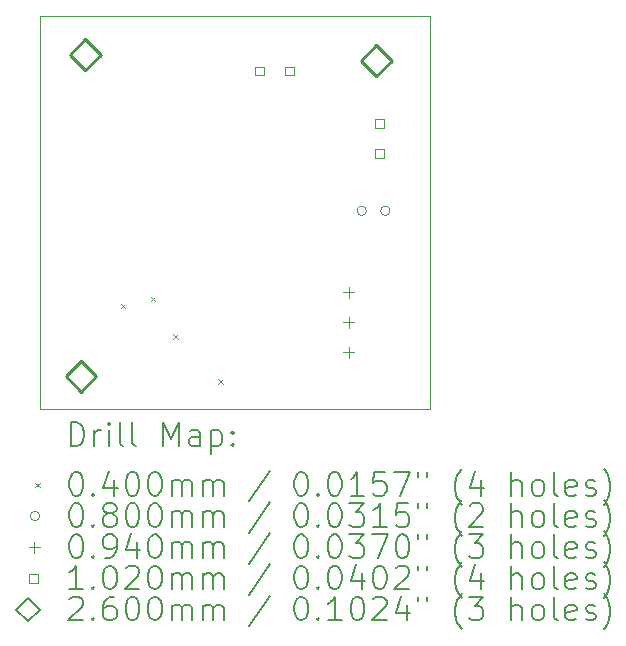
<source format=gbr>
%TF.GenerationSoftware,KiCad,Pcbnew,8.0.0*%
%TF.CreationDate,2024-04-17T17:54:28+02:00*%
%TF.ProjectId,SCS LEDs,53435320-4c45-4447-932e-6b696361645f,rev?*%
%TF.SameCoordinates,Original*%
%TF.FileFunction,Drillmap*%
%TF.FilePolarity,Positive*%
%FSLAX45Y45*%
G04 Gerber Fmt 4.5, Leading zero omitted, Abs format (unit mm)*
G04 Created by KiCad (PCBNEW 8.0.0) date 2024-04-17 17:54:28*
%MOMM*%
%LPD*%
G01*
G04 APERTURE LIST*
%ADD10C,0.100000*%
%ADD11C,0.200000*%
%ADD12C,0.102000*%
%ADD13C,0.260000*%
G04 APERTURE END LIST*
D10*
X6781800Y-4800600D02*
X10083800Y-4800600D01*
X10083800Y-8128000D01*
X6781800Y-8128000D01*
X6781800Y-4800600D01*
D11*
D10*
X7462840Y-7239320D02*
X7502840Y-7279320D01*
X7502840Y-7239320D02*
X7462840Y-7279320D01*
X7716840Y-7178360D02*
X7756840Y-7218360D01*
X7756840Y-7178360D02*
X7716840Y-7218360D01*
X7904800Y-7498400D02*
X7944800Y-7538400D01*
X7944800Y-7498400D02*
X7904800Y-7538400D01*
X8285800Y-7879400D02*
X8325800Y-7919400D01*
X8325800Y-7879400D02*
X8285800Y-7919400D01*
X9542800Y-6451600D02*
G75*
G02*
X9462800Y-6451600I-40000J0D01*
G01*
X9462800Y-6451600D02*
G75*
G02*
X9542800Y-6451600I40000J0D01*
G01*
X9742800Y-6451600D02*
G75*
G02*
X9662800Y-6451600I-40000J0D01*
G01*
X9662800Y-6451600D02*
G75*
G02*
X9742800Y-6451600I40000J0D01*
G01*
X9394800Y-7096550D02*
X9394800Y-7190550D01*
X9347800Y-7143550D02*
X9441800Y-7143550D01*
X9394800Y-7350550D02*
X9394800Y-7444550D01*
X9347800Y-7397550D02*
X9441800Y-7397550D01*
X9394800Y-7604550D02*
X9394800Y-7698550D01*
X9347800Y-7651550D02*
X9441800Y-7651550D01*
D12*
X8672063Y-5306563D02*
X8672063Y-5234437D01*
X8599937Y-5234437D01*
X8599937Y-5306563D01*
X8672063Y-5306563D01*
X8926063Y-5306563D02*
X8926063Y-5234437D01*
X8853937Y-5234437D01*
X8853937Y-5306563D01*
X8926063Y-5306563D01*
X9688063Y-5751063D02*
X9688063Y-5678937D01*
X9615937Y-5678937D01*
X9615937Y-5751063D01*
X9688063Y-5751063D01*
X9688063Y-6005063D02*
X9688063Y-5932937D01*
X9615937Y-5932937D01*
X9615937Y-6005063D01*
X9688063Y-6005063D01*
D13*
X7127240Y-7983680D02*
X7257240Y-7853680D01*
X7127240Y-7723680D01*
X6997240Y-7853680D01*
X7127240Y-7983680D01*
X7162800Y-5260800D02*
X7292800Y-5130800D01*
X7162800Y-5000800D01*
X7032800Y-5130800D01*
X7162800Y-5260800D01*
X9626600Y-5311600D02*
X9756600Y-5181600D01*
X9626600Y-5051600D01*
X9496600Y-5181600D01*
X9626600Y-5311600D01*
D11*
X7037577Y-8444484D02*
X7037577Y-8244484D01*
X7037577Y-8244484D02*
X7085196Y-8244484D01*
X7085196Y-8244484D02*
X7113767Y-8254008D01*
X7113767Y-8254008D02*
X7132815Y-8273055D01*
X7132815Y-8273055D02*
X7142339Y-8292103D01*
X7142339Y-8292103D02*
X7151862Y-8330198D01*
X7151862Y-8330198D02*
X7151862Y-8358769D01*
X7151862Y-8358769D02*
X7142339Y-8396865D01*
X7142339Y-8396865D02*
X7132815Y-8415912D01*
X7132815Y-8415912D02*
X7113767Y-8434960D01*
X7113767Y-8434960D02*
X7085196Y-8444484D01*
X7085196Y-8444484D02*
X7037577Y-8444484D01*
X7237577Y-8444484D02*
X7237577Y-8311150D01*
X7237577Y-8349246D02*
X7247101Y-8330198D01*
X7247101Y-8330198D02*
X7256624Y-8320674D01*
X7256624Y-8320674D02*
X7275672Y-8311150D01*
X7275672Y-8311150D02*
X7294720Y-8311150D01*
X7361386Y-8444484D02*
X7361386Y-8311150D01*
X7361386Y-8244484D02*
X7351862Y-8254008D01*
X7351862Y-8254008D02*
X7361386Y-8263531D01*
X7361386Y-8263531D02*
X7370910Y-8254008D01*
X7370910Y-8254008D02*
X7361386Y-8244484D01*
X7361386Y-8244484D02*
X7361386Y-8263531D01*
X7485196Y-8444484D02*
X7466148Y-8434960D01*
X7466148Y-8434960D02*
X7456624Y-8415912D01*
X7456624Y-8415912D02*
X7456624Y-8244484D01*
X7589958Y-8444484D02*
X7570910Y-8434960D01*
X7570910Y-8434960D02*
X7561386Y-8415912D01*
X7561386Y-8415912D02*
X7561386Y-8244484D01*
X7818529Y-8444484D02*
X7818529Y-8244484D01*
X7818529Y-8244484D02*
X7885196Y-8387341D01*
X7885196Y-8387341D02*
X7951862Y-8244484D01*
X7951862Y-8244484D02*
X7951862Y-8444484D01*
X8132815Y-8444484D02*
X8132815Y-8339722D01*
X8132815Y-8339722D02*
X8123291Y-8320674D01*
X8123291Y-8320674D02*
X8104243Y-8311150D01*
X8104243Y-8311150D02*
X8066148Y-8311150D01*
X8066148Y-8311150D02*
X8047101Y-8320674D01*
X8132815Y-8434960D02*
X8113767Y-8444484D01*
X8113767Y-8444484D02*
X8066148Y-8444484D01*
X8066148Y-8444484D02*
X8047101Y-8434960D01*
X8047101Y-8434960D02*
X8037577Y-8415912D01*
X8037577Y-8415912D02*
X8037577Y-8396865D01*
X8037577Y-8396865D02*
X8047101Y-8377817D01*
X8047101Y-8377817D02*
X8066148Y-8368293D01*
X8066148Y-8368293D02*
X8113767Y-8368293D01*
X8113767Y-8368293D02*
X8132815Y-8358769D01*
X8228053Y-8311150D02*
X8228053Y-8511150D01*
X8228053Y-8320674D02*
X8247101Y-8311150D01*
X8247101Y-8311150D02*
X8285196Y-8311150D01*
X8285196Y-8311150D02*
X8304243Y-8320674D01*
X8304243Y-8320674D02*
X8313767Y-8330198D01*
X8313767Y-8330198D02*
X8323291Y-8349246D01*
X8323291Y-8349246D02*
X8323291Y-8406389D01*
X8323291Y-8406389D02*
X8313767Y-8425436D01*
X8313767Y-8425436D02*
X8304243Y-8434960D01*
X8304243Y-8434960D02*
X8285196Y-8444484D01*
X8285196Y-8444484D02*
X8247101Y-8444484D01*
X8247101Y-8444484D02*
X8228053Y-8434960D01*
X8409005Y-8425436D02*
X8418529Y-8434960D01*
X8418529Y-8434960D02*
X8409005Y-8444484D01*
X8409005Y-8444484D02*
X8399482Y-8434960D01*
X8399482Y-8434960D02*
X8409005Y-8425436D01*
X8409005Y-8425436D02*
X8409005Y-8444484D01*
X8409005Y-8320674D02*
X8418529Y-8330198D01*
X8418529Y-8330198D02*
X8409005Y-8339722D01*
X8409005Y-8339722D02*
X8399482Y-8330198D01*
X8399482Y-8330198D02*
X8409005Y-8320674D01*
X8409005Y-8320674D02*
X8409005Y-8339722D01*
D10*
X6736800Y-8753000D02*
X6776800Y-8793000D01*
X6776800Y-8753000D02*
X6736800Y-8793000D01*
D11*
X7075672Y-8664484D02*
X7094720Y-8664484D01*
X7094720Y-8664484D02*
X7113767Y-8674008D01*
X7113767Y-8674008D02*
X7123291Y-8683531D01*
X7123291Y-8683531D02*
X7132815Y-8702579D01*
X7132815Y-8702579D02*
X7142339Y-8740674D01*
X7142339Y-8740674D02*
X7142339Y-8788293D01*
X7142339Y-8788293D02*
X7132815Y-8826389D01*
X7132815Y-8826389D02*
X7123291Y-8845436D01*
X7123291Y-8845436D02*
X7113767Y-8854960D01*
X7113767Y-8854960D02*
X7094720Y-8864484D01*
X7094720Y-8864484D02*
X7075672Y-8864484D01*
X7075672Y-8864484D02*
X7056624Y-8854960D01*
X7056624Y-8854960D02*
X7047101Y-8845436D01*
X7047101Y-8845436D02*
X7037577Y-8826389D01*
X7037577Y-8826389D02*
X7028053Y-8788293D01*
X7028053Y-8788293D02*
X7028053Y-8740674D01*
X7028053Y-8740674D02*
X7037577Y-8702579D01*
X7037577Y-8702579D02*
X7047101Y-8683531D01*
X7047101Y-8683531D02*
X7056624Y-8674008D01*
X7056624Y-8674008D02*
X7075672Y-8664484D01*
X7228053Y-8845436D02*
X7237577Y-8854960D01*
X7237577Y-8854960D02*
X7228053Y-8864484D01*
X7228053Y-8864484D02*
X7218529Y-8854960D01*
X7218529Y-8854960D02*
X7228053Y-8845436D01*
X7228053Y-8845436D02*
X7228053Y-8864484D01*
X7409005Y-8731150D02*
X7409005Y-8864484D01*
X7361386Y-8654960D02*
X7313767Y-8797817D01*
X7313767Y-8797817D02*
X7437577Y-8797817D01*
X7551862Y-8664484D02*
X7570910Y-8664484D01*
X7570910Y-8664484D02*
X7589958Y-8674008D01*
X7589958Y-8674008D02*
X7599482Y-8683531D01*
X7599482Y-8683531D02*
X7609005Y-8702579D01*
X7609005Y-8702579D02*
X7618529Y-8740674D01*
X7618529Y-8740674D02*
X7618529Y-8788293D01*
X7618529Y-8788293D02*
X7609005Y-8826389D01*
X7609005Y-8826389D02*
X7599482Y-8845436D01*
X7599482Y-8845436D02*
X7589958Y-8854960D01*
X7589958Y-8854960D02*
X7570910Y-8864484D01*
X7570910Y-8864484D02*
X7551862Y-8864484D01*
X7551862Y-8864484D02*
X7532815Y-8854960D01*
X7532815Y-8854960D02*
X7523291Y-8845436D01*
X7523291Y-8845436D02*
X7513767Y-8826389D01*
X7513767Y-8826389D02*
X7504243Y-8788293D01*
X7504243Y-8788293D02*
X7504243Y-8740674D01*
X7504243Y-8740674D02*
X7513767Y-8702579D01*
X7513767Y-8702579D02*
X7523291Y-8683531D01*
X7523291Y-8683531D02*
X7532815Y-8674008D01*
X7532815Y-8674008D02*
X7551862Y-8664484D01*
X7742339Y-8664484D02*
X7761386Y-8664484D01*
X7761386Y-8664484D02*
X7780434Y-8674008D01*
X7780434Y-8674008D02*
X7789958Y-8683531D01*
X7789958Y-8683531D02*
X7799482Y-8702579D01*
X7799482Y-8702579D02*
X7809005Y-8740674D01*
X7809005Y-8740674D02*
X7809005Y-8788293D01*
X7809005Y-8788293D02*
X7799482Y-8826389D01*
X7799482Y-8826389D02*
X7789958Y-8845436D01*
X7789958Y-8845436D02*
X7780434Y-8854960D01*
X7780434Y-8854960D02*
X7761386Y-8864484D01*
X7761386Y-8864484D02*
X7742339Y-8864484D01*
X7742339Y-8864484D02*
X7723291Y-8854960D01*
X7723291Y-8854960D02*
X7713767Y-8845436D01*
X7713767Y-8845436D02*
X7704243Y-8826389D01*
X7704243Y-8826389D02*
X7694720Y-8788293D01*
X7694720Y-8788293D02*
X7694720Y-8740674D01*
X7694720Y-8740674D02*
X7704243Y-8702579D01*
X7704243Y-8702579D02*
X7713767Y-8683531D01*
X7713767Y-8683531D02*
X7723291Y-8674008D01*
X7723291Y-8674008D02*
X7742339Y-8664484D01*
X7894720Y-8864484D02*
X7894720Y-8731150D01*
X7894720Y-8750198D02*
X7904243Y-8740674D01*
X7904243Y-8740674D02*
X7923291Y-8731150D01*
X7923291Y-8731150D02*
X7951863Y-8731150D01*
X7951863Y-8731150D02*
X7970910Y-8740674D01*
X7970910Y-8740674D02*
X7980434Y-8759722D01*
X7980434Y-8759722D02*
X7980434Y-8864484D01*
X7980434Y-8759722D02*
X7989958Y-8740674D01*
X7989958Y-8740674D02*
X8009005Y-8731150D01*
X8009005Y-8731150D02*
X8037577Y-8731150D01*
X8037577Y-8731150D02*
X8056624Y-8740674D01*
X8056624Y-8740674D02*
X8066148Y-8759722D01*
X8066148Y-8759722D02*
X8066148Y-8864484D01*
X8161386Y-8864484D02*
X8161386Y-8731150D01*
X8161386Y-8750198D02*
X8170910Y-8740674D01*
X8170910Y-8740674D02*
X8189958Y-8731150D01*
X8189958Y-8731150D02*
X8218529Y-8731150D01*
X8218529Y-8731150D02*
X8237577Y-8740674D01*
X8237577Y-8740674D02*
X8247101Y-8759722D01*
X8247101Y-8759722D02*
X8247101Y-8864484D01*
X8247101Y-8759722D02*
X8256624Y-8740674D01*
X8256624Y-8740674D02*
X8275672Y-8731150D01*
X8275672Y-8731150D02*
X8304243Y-8731150D01*
X8304243Y-8731150D02*
X8323291Y-8740674D01*
X8323291Y-8740674D02*
X8332815Y-8759722D01*
X8332815Y-8759722D02*
X8332815Y-8864484D01*
X8723291Y-8654960D02*
X8551863Y-8912103D01*
X8980434Y-8664484D02*
X8999482Y-8664484D01*
X8999482Y-8664484D02*
X9018529Y-8674008D01*
X9018529Y-8674008D02*
X9028053Y-8683531D01*
X9028053Y-8683531D02*
X9037577Y-8702579D01*
X9037577Y-8702579D02*
X9047101Y-8740674D01*
X9047101Y-8740674D02*
X9047101Y-8788293D01*
X9047101Y-8788293D02*
X9037577Y-8826389D01*
X9037577Y-8826389D02*
X9028053Y-8845436D01*
X9028053Y-8845436D02*
X9018529Y-8854960D01*
X9018529Y-8854960D02*
X8999482Y-8864484D01*
X8999482Y-8864484D02*
X8980434Y-8864484D01*
X8980434Y-8864484D02*
X8961387Y-8854960D01*
X8961387Y-8854960D02*
X8951863Y-8845436D01*
X8951863Y-8845436D02*
X8942339Y-8826389D01*
X8942339Y-8826389D02*
X8932815Y-8788293D01*
X8932815Y-8788293D02*
X8932815Y-8740674D01*
X8932815Y-8740674D02*
X8942339Y-8702579D01*
X8942339Y-8702579D02*
X8951863Y-8683531D01*
X8951863Y-8683531D02*
X8961387Y-8674008D01*
X8961387Y-8674008D02*
X8980434Y-8664484D01*
X9132815Y-8845436D02*
X9142339Y-8854960D01*
X9142339Y-8854960D02*
X9132815Y-8864484D01*
X9132815Y-8864484D02*
X9123291Y-8854960D01*
X9123291Y-8854960D02*
X9132815Y-8845436D01*
X9132815Y-8845436D02*
X9132815Y-8864484D01*
X9266148Y-8664484D02*
X9285196Y-8664484D01*
X9285196Y-8664484D02*
X9304244Y-8674008D01*
X9304244Y-8674008D02*
X9313768Y-8683531D01*
X9313768Y-8683531D02*
X9323291Y-8702579D01*
X9323291Y-8702579D02*
X9332815Y-8740674D01*
X9332815Y-8740674D02*
X9332815Y-8788293D01*
X9332815Y-8788293D02*
X9323291Y-8826389D01*
X9323291Y-8826389D02*
X9313768Y-8845436D01*
X9313768Y-8845436D02*
X9304244Y-8854960D01*
X9304244Y-8854960D02*
X9285196Y-8864484D01*
X9285196Y-8864484D02*
X9266148Y-8864484D01*
X9266148Y-8864484D02*
X9247101Y-8854960D01*
X9247101Y-8854960D02*
X9237577Y-8845436D01*
X9237577Y-8845436D02*
X9228053Y-8826389D01*
X9228053Y-8826389D02*
X9218529Y-8788293D01*
X9218529Y-8788293D02*
X9218529Y-8740674D01*
X9218529Y-8740674D02*
X9228053Y-8702579D01*
X9228053Y-8702579D02*
X9237577Y-8683531D01*
X9237577Y-8683531D02*
X9247101Y-8674008D01*
X9247101Y-8674008D02*
X9266148Y-8664484D01*
X9523291Y-8864484D02*
X9409006Y-8864484D01*
X9466148Y-8864484D02*
X9466148Y-8664484D01*
X9466148Y-8664484D02*
X9447101Y-8693055D01*
X9447101Y-8693055D02*
X9428053Y-8712103D01*
X9428053Y-8712103D02*
X9409006Y-8721627D01*
X9704244Y-8664484D02*
X9609006Y-8664484D01*
X9609006Y-8664484D02*
X9599482Y-8759722D01*
X9599482Y-8759722D02*
X9609006Y-8750198D01*
X9609006Y-8750198D02*
X9628053Y-8740674D01*
X9628053Y-8740674D02*
X9675672Y-8740674D01*
X9675672Y-8740674D02*
X9694720Y-8750198D01*
X9694720Y-8750198D02*
X9704244Y-8759722D01*
X9704244Y-8759722D02*
X9713768Y-8778770D01*
X9713768Y-8778770D02*
X9713768Y-8826389D01*
X9713768Y-8826389D02*
X9704244Y-8845436D01*
X9704244Y-8845436D02*
X9694720Y-8854960D01*
X9694720Y-8854960D02*
X9675672Y-8864484D01*
X9675672Y-8864484D02*
X9628053Y-8864484D01*
X9628053Y-8864484D02*
X9609006Y-8854960D01*
X9609006Y-8854960D02*
X9599482Y-8845436D01*
X9780434Y-8664484D02*
X9913768Y-8664484D01*
X9913768Y-8664484D02*
X9828053Y-8864484D01*
X9980434Y-8664484D02*
X9980434Y-8702579D01*
X10056625Y-8664484D02*
X10056625Y-8702579D01*
X10351863Y-8940674D02*
X10342339Y-8931150D01*
X10342339Y-8931150D02*
X10323291Y-8902579D01*
X10323291Y-8902579D02*
X10313768Y-8883531D01*
X10313768Y-8883531D02*
X10304244Y-8854960D01*
X10304244Y-8854960D02*
X10294720Y-8807341D01*
X10294720Y-8807341D02*
X10294720Y-8769246D01*
X10294720Y-8769246D02*
X10304244Y-8721627D01*
X10304244Y-8721627D02*
X10313768Y-8693055D01*
X10313768Y-8693055D02*
X10323291Y-8674008D01*
X10323291Y-8674008D02*
X10342339Y-8645436D01*
X10342339Y-8645436D02*
X10351863Y-8635912D01*
X10513768Y-8731150D02*
X10513768Y-8864484D01*
X10466149Y-8654960D02*
X10418530Y-8797817D01*
X10418530Y-8797817D02*
X10542339Y-8797817D01*
X10770911Y-8864484D02*
X10770911Y-8664484D01*
X10856625Y-8864484D02*
X10856625Y-8759722D01*
X10856625Y-8759722D02*
X10847101Y-8740674D01*
X10847101Y-8740674D02*
X10828053Y-8731150D01*
X10828053Y-8731150D02*
X10799482Y-8731150D01*
X10799482Y-8731150D02*
X10780434Y-8740674D01*
X10780434Y-8740674D02*
X10770911Y-8750198D01*
X10980434Y-8864484D02*
X10961387Y-8854960D01*
X10961387Y-8854960D02*
X10951863Y-8845436D01*
X10951863Y-8845436D02*
X10942339Y-8826389D01*
X10942339Y-8826389D02*
X10942339Y-8769246D01*
X10942339Y-8769246D02*
X10951863Y-8750198D01*
X10951863Y-8750198D02*
X10961387Y-8740674D01*
X10961387Y-8740674D02*
X10980434Y-8731150D01*
X10980434Y-8731150D02*
X11009006Y-8731150D01*
X11009006Y-8731150D02*
X11028053Y-8740674D01*
X11028053Y-8740674D02*
X11037577Y-8750198D01*
X11037577Y-8750198D02*
X11047101Y-8769246D01*
X11047101Y-8769246D02*
X11047101Y-8826389D01*
X11047101Y-8826389D02*
X11037577Y-8845436D01*
X11037577Y-8845436D02*
X11028053Y-8854960D01*
X11028053Y-8854960D02*
X11009006Y-8864484D01*
X11009006Y-8864484D02*
X10980434Y-8864484D01*
X11161387Y-8864484D02*
X11142339Y-8854960D01*
X11142339Y-8854960D02*
X11132815Y-8835912D01*
X11132815Y-8835912D02*
X11132815Y-8664484D01*
X11313768Y-8854960D02*
X11294720Y-8864484D01*
X11294720Y-8864484D02*
X11256625Y-8864484D01*
X11256625Y-8864484D02*
X11237577Y-8854960D01*
X11237577Y-8854960D02*
X11228053Y-8835912D01*
X11228053Y-8835912D02*
X11228053Y-8759722D01*
X11228053Y-8759722D02*
X11237577Y-8740674D01*
X11237577Y-8740674D02*
X11256625Y-8731150D01*
X11256625Y-8731150D02*
X11294720Y-8731150D01*
X11294720Y-8731150D02*
X11313768Y-8740674D01*
X11313768Y-8740674D02*
X11323291Y-8759722D01*
X11323291Y-8759722D02*
X11323291Y-8778770D01*
X11323291Y-8778770D02*
X11228053Y-8797817D01*
X11399482Y-8854960D02*
X11418530Y-8864484D01*
X11418530Y-8864484D02*
X11456625Y-8864484D01*
X11456625Y-8864484D02*
X11475672Y-8854960D01*
X11475672Y-8854960D02*
X11485196Y-8835912D01*
X11485196Y-8835912D02*
X11485196Y-8826389D01*
X11485196Y-8826389D02*
X11475672Y-8807341D01*
X11475672Y-8807341D02*
X11456625Y-8797817D01*
X11456625Y-8797817D02*
X11428053Y-8797817D01*
X11428053Y-8797817D02*
X11409006Y-8788293D01*
X11409006Y-8788293D02*
X11399482Y-8769246D01*
X11399482Y-8769246D02*
X11399482Y-8759722D01*
X11399482Y-8759722D02*
X11409006Y-8740674D01*
X11409006Y-8740674D02*
X11428053Y-8731150D01*
X11428053Y-8731150D02*
X11456625Y-8731150D01*
X11456625Y-8731150D02*
X11475672Y-8740674D01*
X11551863Y-8940674D02*
X11561387Y-8931150D01*
X11561387Y-8931150D02*
X11580434Y-8902579D01*
X11580434Y-8902579D02*
X11589958Y-8883531D01*
X11589958Y-8883531D02*
X11599482Y-8854960D01*
X11599482Y-8854960D02*
X11609006Y-8807341D01*
X11609006Y-8807341D02*
X11609006Y-8769246D01*
X11609006Y-8769246D02*
X11599482Y-8721627D01*
X11599482Y-8721627D02*
X11589958Y-8693055D01*
X11589958Y-8693055D02*
X11580434Y-8674008D01*
X11580434Y-8674008D02*
X11561387Y-8645436D01*
X11561387Y-8645436D02*
X11551863Y-8635912D01*
D10*
X6776800Y-9037000D02*
G75*
G02*
X6696800Y-9037000I-40000J0D01*
G01*
X6696800Y-9037000D02*
G75*
G02*
X6776800Y-9037000I40000J0D01*
G01*
D11*
X7075672Y-8928484D02*
X7094720Y-8928484D01*
X7094720Y-8928484D02*
X7113767Y-8938008D01*
X7113767Y-8938008D02*
X7123291Y-8947531D01*
X7123291Y-8947531D02*
X7132815Y-8966579D01*
X7132815Y-8966579D02*
X7142339Y-9004674D01*
X7142339Y-9004674D02*
X7142339Y-9052293D01*
X7142339Y-9052293D02*
X7132815Y-9090389D01*
X7132815Y-9090389D02*
X7123291Y-9109436D01*
X7123291Y-9109436D02*
X7113767Y-9118960D01*
X7113767Y-9118960D02*
X7094720Y-9128484D01*
X7094720Y-9128484D02*
X7075672Y-9128484D01*
X7075672Y-9128484D02*
X7056624Y-9118960D01*
X7056624Y-9118960D02*
X7047101Y-9109436D01*
X7047101Y-9109436D02*
X7037577Y-9090389D01*
X7037577Y-9090389D02*
X7028053Y-9052293D01*
X7028053Y-9052293D02*
X7028053Y-9004674D01*
X7028053Y-9004674D02*
X7037577Y-8966579D01*
X7037577Y-8966579D02*
X7047101Y-8947531D01*
X7047101Y-8947531D02*
X7056624Y-8938008D01*
X7056624Y-8938008D02*
X7075672Y-8928484D01*
X7228053Y-9109436D02*
X7237577Y-9118960D01*
X7237577Y-9118960D02*
X7228053Y-9128484D01*
X7228053Y-9128484D02*
X7218529Y-9118960D01*
X7218529Y-9118960D02*
X7228053Y-9109436D01*
X7228053Y-9109436D02*
X7228053Y-9128484D01*
X7351862Y-9014198D02*
X7332815Y-9004674D01*
X7332815Y-9004674D02*
X7323291Y-8995150D01*
X7323291Y-8995150D02*
X7313767Y-8976103D01*
X7313767Y-8976103D02*
X7313767Y-8966579D01*
X7313767Y-8966579D02*
X7323291Y-8947531D01*
X7323291Y-8947531D02*
X7332815Y-8938008D01*
X7332815Y-8938008D02*
X7351862Y-8928484D01*
X7351862Y-8928484D02*
X7389958Y-8928484D01*
X7389958Y-8928484D02*
X7409005Y-8938008D01*
X7409005Y-8938008D02*
X7418529Y-8947531D01*
X7418529Y-8947531D02*
X7428053Y-8966579D01*
X7428053Y-8966579D02*
X7428053Y-8976103D01*
X7428053Y-8976103D02*
X7418529Y-8995150D01*
X7418529Y-8995150D02*
X7409005Y-9004674D01*
X7409005Y-9004674D02*
X7389958Y-9014198D01*
X7389958Y-9014198D02*
X7351862Y-9014198D01*
X7351862Y-9014198D02*
X7332815Y-9023722D01*
X7332815Y-9023722D02*
X7323291Y-9033246D01*
X7323291Y-9033246D02*
X7313767Y-9052293D01*
X7313767Y-9052293D02*
X7313767Y-9090389D01*
X7313767Y-9090389D02*
X7323291Y-9109436D01*
X7323291Y-9109436D02*
X7332815Y-9118960D01*
X7332815Y-9118960D02*
X7351862Y-9128484D01*
X7351862Y-9128484D02*
X7389958Y-9128484D01*
X7389958Y-9128484D02*
X7409005Y-9118960D01*
X7409005Y-9118960D02*
X7418529Y-9109436D01*
X7418529Y-9109436D02*
X7428053Y-9090389D01*
X7428053Y-9090389D02*
X7428053Y-9052293D01*
X7428053Y-9052293D02*
X7418529Y-9033246D01*
X7418529Y-9033246D02*
X7409005Y-9023722D01*
X7409005Y-9023722D02*
X7389958Y-9014198D01*
X7551862Y-8928484D02*
X7570910Y-8928484D01*
X7570910Y-8928484D02*
X7589958Y-8938008D01*
X7589958Y-8938008D02*
X7599482Y-8947531D01*
X7599482Y-8947531D02*
X7609005Y-8966579D01*
X7609005Y-8966579D02*
X7618529Y-9004674D01*
X7618529Y-9004674D02*
X7618529Y-9052293D01*
X7618529Y-9052293D02*
X7609005Y-9090389D01*
X7609005Y-9090389D02*
X7599482Y-9109436D01*
X7599482Y-9109436D02*
X7589958Y-9118960D01*
X7589958Y-9118960D02*
X7570910Y-9128484D01*
X7570910Y-9128484D02*
X7551862Y-9128484D01*
X7551862Y-9128484D02*
X7532815Y-9118960D01*
X7532815Y-9118960D02*
X7523291Y-9109436D01*
X7523291Y-9109436D02*
X7513767Y-9090389D01*
X7513767Y-9090389D02*
X7504243Y-9052293D01*
X7504243Y-9052293D02*
X7504243Y-9004674D01*
X7504243Y-9004674D02*
X7513767Y-8966579D01*
X7513767Y-8966579D02*
X7523291Y-8947531D01*
X7523291Y-8947531D02*
X7532815Y-8938008D01*
X7532815Y-8938008D02*
X7551862Y-8928484D01*
X7742339Y-8928484D02*
X7761386Y-8928484D01*
X7761386Y-8928484D02*
X7780434Y-8938008D01*
X7780434Y-8938008D02*
X7789958Y-8947531D01*
X7789958Y-8947531D02*
X7799482Y-8966579D01*
X7799482Y-8966579D02*
X7809005Y-9004674D01*
X7809005Y-9004674D02*
X7809005Y-9052293D01*
X7809005Y-9052293D02*
X7799482Y-9090389D01*
X7799482Y-9090389D02*
X7789958Y-9109436D01*
X7789958Y-9109436D02*
X7780434Y-9118960D01*
X7780434Y-9118960D02*
X7761386Y-9128484D01*
X7761386Y-9128484D02*
X7742339Y-9128484D01*
X7742339Y-9128484D02*
X7723291Y-9118960D01*
X7723291Y-9118960D02*
X7713767Y-9109436D01*
X7713767Y-9109436D02*
X7704243Y-9090389D01*
X7704243Y-9090389D02*
X7694720Y-9052293D01*
X7694720Y-9052293D02*
X7694720Y-9004674D01*
X7694720Y-9004674D02*
X7704243Y-8966579D01*
X7704243Y-8966579D02*
X7713767Y-8947531D01*
X7713767Y-8947531D02*
X7723291Y-8938008D01*
X7723291Y-8938008D02*
X7742339Y-8928484D01*
X7894720Y-9128484D02*
X7894720Y-8995150D01*
X7894720Y-9014198D02*
X7904243Y-9004674D01*
X7904243Y-9004674D02*
X7923291Y-8995150D01*
X7923291Y-8995150D02*
X7951863Y-8995150D01*
X7951863Y-8995150D02*
X7970910Y-9004674D01*
X7970910Y-9004674D02*
X7980434Y-9023722D01*
X7980434Y-9023722D02*
X7980434Y-9128484D01*
X7980434Y-9023722D02*
X7989958Y-9004674D01*
X7989958Y-9004674D02*
X8009005Y-8995150D01*
X8009005Y-8995150D02*
X8037577Y-8995150D01*
X8037577Y-8995150D02*
X8056624Y-9004674D01*
X8056624Y-9004674D02*
X8066148Y-9023722D01*
X8066148Y-9023722D02*
X8066148Y-9128484D01*
X8161386Y-9128484D02*
X8161386Y-8995150D01*
X8161386Y-9014198D02*
X8170910Y-9004674D01*
X8170910Y-9004674D02*
X8189958Y-8995150D01*
X8189958Y-8995150D02*
X8218529Y-8995150D01*
X8218529Y-8995150D02*
X8237577Y-9004674D01*
X8237577Y-9004674D02*
X8247101Y-9023722D01*
X8247101Y-9023722D02*
X8247101Y-9128484D01*
X8247101Y-9023722D02*
X8256624Y-9004674D01*
X8256624Y-9004674D02*
X8275672Y-8995150D01*
X8275672Y-8995150D02*
X8304243Y-8995150D01*
X8304243Y-8995150D02*
X8323291Y-9004674D01*
X8323291Y-9004674D02*
X8332815Y-9023722D01*
X8332815Y-9023722D02*
X8332815Y-9128484D01*
X8723291Y-8918960D02*
X8551863Y-9176103D01*
X8980434Y-8928484D02*
X8999482Y-8928484D01*
X8999482Y-8928484D02*
X9018529Y-8938008D01*
X9018529Y-8938008D02*
X9028053Y-8947531D01*
X9028053Y-8947531D02*
X9037577Y-8966579D01*
X9037577Y-8966579D02*
X9047101Y-9004674D01*
X9047101Y-9004674D02*
X9047101Y-9052293D01*
X9047101Y-9052293D02*
X9037577Y-9090389D01*
X9037577Y-9090389D02*
X9028053Y-9109436D01*
X9028053Y-9109436D02*
X9018529Y-9118960D01*
X9018529Y-9118960D02*
X8999482Y-9128484D01*
X8999482Y-9128484D02*
X8980434Y-9128484D01*
X8980434Y-9128484D02*
X8961387Y-9118960D01*
X8961387Y-9118960D02*
X8951863Y-9109436D01*
X8951863Y-9109436D02*
X8942339Y-9090389D01*
X8942339Y-9090389D02*
X8932815Y-9052293D01*
X8932815Y-9052293D02*
X8932815Y-9004674D01*
X8932815Y-9004674D02*
X8942339Y-8966579D01*
X8942339Y-8966579D02*
X8951863Y-8947531D01*
X8951863Y-8947531D02*
X8961387Y-8938008D01*
X8961387Y-8938008D02*
X8980434Y-8928484D01*
X9132815Y-9109436D02*
X9142339Y-9118960D01*
X9142339Y-9118960D02*
X9132815Y-9128484D01*
X9132815Y-9128484D02*
X9123291Y-9118960D01*
X9123291Y-9118960D02*
X9132815Y-9109436D01*
X9132815Y-9109436D02*
X9132815Y-9128484D01*
X9266148Y-8928484D02*
X9285196Y-8928484D01*
X9285196Y-8928484D02*
X9304244Y-8938008D01*
X9304244Y-8938008D02*
X9313768Y-8947531D01*
X9313768Y-8947531D02*
X9323291Y-8966579D01*
X9323291Y-8966579D02*
X9332815Y-9004674D01*
X9332815Y-9004674D02*
X9332815Y-9052293D01*
X9332815Y-9052293D02*
X9323291Y-9090389D01*
X9323291Y-9090389D02*
X9313768Y-9109436D01*
X9313768Y-9109436D02*
X9304244Y-9118960D01*
X9304244Y-9118960D02*
X9285196Y-9128484D01*
X9285196Y-9128484D02*
X9266148Y-9128484D01*
X9266148Y-9128484D02*
X9247101Y-9118960D01*
X9247101Y-9118960D02*
X9237577Y-9109436D01*
X9237577Y-9109436D02*
X9228053Y-9090389D01*
X9228053Y-9090389D02*
X9218529Y-9052293D01*
X9218529Y-9052293D02*
X9218529Y-9004674D01*
X9218529Y-9004674D02*
X9228053Y-8966579D01*
X9228053Y-8966579D02*
X9237577Y-8947531D01*
X9237577Y-8947531D02*
X9247101Y-8938008D01*
X9247101Y-8938008D02*
X9266148Y-8928484D01*
X9399482Y-8928484D02*
X9523291Y-8928484D01*
X9523291Y-8928484D02*
X9456625Y-9004674D01*
X9456625Y-9004674D02*
X9485196Y-9004674D01*
X9485196Y-9004674D02*
X9504244Y-9014198D01*
X9504244Y-9014198D02*
X9513768Y-9023722D01*
X9513768Y-9023722D02*
X9523291Y-9042770D01*
X9523291Y-9042770D02*
X9523291Y-9090389D01*
X9523291Y-9090389D02*
X9513768Y-9109436D01*
X9513768Y-9109436D02*
X9504244Y-9118960D01*
X9504244Y-9118960D02*
X9485196Y-9128484D01*
X9485196Y-9128484D02*
X9428053Y-9128484D01*
X9428053Y-9128484D02*
X9409006Y-9118960D01*
X9409006Y-9118960D02*
X9399482Y-9109436D01*
X9713768Y-9128484D02*
X9599482Y-9128484D01*
X9656625Y-9128484D02*
X9656625Y-8928484D01*
X9656625Y-8928484D02*
X9637577Y-8957055D01*
X9637577Y-8957055D02*
X9618529Y-8976103D01*
X9618529Y-8976103D02*
X9599482Y-8985627D01*
X9894720Y-8928484D02*
X9799482Y-8928484D01*
X9799482Y-8928484D02*
X9789958Y-9023722D01*
X9789958Y-9023722D02*
X9799482Y-9014198D01*
X9799482Y-9014198D02*
X9818529Y-9004674D01*
X9818529Y-9004674D02*
X9866149Y-9004674D01*
X9866149Y-9004674D02*
X9885196Y-9014198D01*
X9885196Y-9014198D02*
X9894720Y-9023722D01*
X9894720Y-9023722D02*
X9904244Y-9042770D01*
X9904244Y-9042770D02*
X9904244Y-9090389D01*
X9904244Y-9090389D02*
X9894720Y-9109436D01*
X9894720Y-9109436D02*
X9885196Y-9118960D01*
X9885196Y-9118960D02*
X9866149Y-9128484D01*
X9866149Y-9128484D02*
X9818529Y-9128484D01*
X9818529Y-9128484D02*
X9799482Y-9118960D01*
X9799482Y-9118960D02*
X9789958Y-9109436D01*
X9980434Y-8928484D02*
X9980434Y-8966579D01*
X10056625Y-8928484D02*
X10056625Y-8966579D01*
X10351863Y-9204674D02*
X10342339Y-9195150D01*
X10342339Y-9195150D02*
X10323291Y-9166579D01*
X10323291Y-9166579D02*
X10313768Y-9147531D01*
X10313768Y-9147531D02*
X10304244Y-9118960D01*
X10304244Y-9118960D02*
X10294720Y-9071341D01*
X10294720Y-9071341D02*
X10294720Y-9033246D01*
X10294720Y-9033246D02*
X10304244Y-8985627D01*
X10304244Y-8985627D02*
X10313768Y-8957055D01*
X10313768Y-8957055D02*
X10323291Y-8938008D01*
X10323291Y-8938008D02*
X10342339Y-8909436D01*
X10342339Y-8909436D02*
X10351863Y-8899912D01*
X10418530Y-8947531D02*
X10428053Y-8938008D01*
X10428053Y-8938008D02*
X10447101Y-8928484D01*
X10447101Y-8928484D02*
X10494720Y-8928484D01*
X10494720Y-8928484D02*
X10513768Y-8938008D01*
X10513768Y-8938008D02*
X10523291Y-8947531D01*
X10523291Y-8947531D02*
X10532815Y-8966579D01*
X10532815Y-8966579D02*
X10532815Y-8985627D01*
X10532815Y-8985627D02*
X10523291Y-9014198D01*
X10523291Y-9014198D02*
X10409006Y-9128484D01*
X10409006Y-9128484D02*
X10532815Y-9128484D01*
X10770911Y-9128484D02*
X10770911Y-8928484D01*
X10856625Y-9128484D02*
X10856625Y-9023722D01*
X10856625Y-9023722D02*
X10847101Y-9004674D01*
X10847101Y-9004674D02*
X10828053Y-8995150D01*
X10828053Y-8995150D02*
X10799482Y-8995150D01*
X10799482Y-8995150D02*
X10780434Y-9004674D01*
X10780434Y-9004674D02*
X10770911Y-9014198D01*
X10980434Y-9128484D02*
X10961387Y-9118960D01*
X10961387Y-9118960D02*
X10951863Y-9109436D01*
X10951863Y-9109436D02*
X10942339Y-9090389D01*
X10942339Y-9090389D02*
X10942339Y-9033246D01*
X10942339Y-9033246D02*
X10951863Y-9014198D01*
X10951863Y-9014198D02*
X10961387Y-9004674D01*
X10961387Y-9004674D02*
X10980434Y-8995150D01*
X10980434Y-8995150D02*
X11009006Y-8995150D01*
X11009006Y-8995150D02*
X11028053Y-9004674D01*
X11028053Y-9004674D02*
X11037577Y-9014198D01*
X11037577Y-9014198D02*
X11047101Y-9033246D01*
X11047101Y-9033246D02*
X11047101Y-9090389D01*
X11047101Y-9090389D02*
X11037577Y-9109436D01*
X11037577Y-9109436D02*
X11028053Y-9118960D01*
X11028053Y-9118960D02*
X11009006Y-9128484D01*
X11009006Y-9128484D02*
X10980434Y-9128484D01*
X11161387Y-9128484D02*
X11142339Y-9118960D01*
X11142339Y-9118960D02*
X11132815Y-9099912D01*
X11132815Y-9099912D02*
X11132815Y-8928484D01*
X11313768Y-9118960D02*
X11294720Y-9128484D01*
X11294720Y-9128484D02*
X11256625Y-9128484D01*
X11256625Y-9128484D02*
X11237577Y-9118960D01*
X11237577Y-9118960D02*
X11228053Y-9099912D01*
X11228053Y-9099912D02*
X11228053Y-9023722D01*
X11228053Y-9023722D02*
X11237577Y-9004674D01*
X11237577Y-9004674D02*
X11256625Y-8995150D01*
X11256625Y-8995150D02*
X11294720Y-8995150D01*
X11294720Y-8995150D02*
X11313768Y-9004674D01*
X11313768Y-9004674D02*
X11323291Y-9023722D01*
X11323291Y-9023722D02*
X11323291Y-9042770D01*
X11323291Y-9042770D02*
X11228053Y-9061817D01*
X11399482Y-9118960D02*
X11418530Y-9128484D01*
X11418530Y-9128484D02*
X11456625Y-9128484D01*
X11456625Y-9128484D02*
X11475672Y-9118960D01*
X11475672Y-9118960D02*
X11485196Y-9099912D01*
X11485196Y-9099912D02*
X11485196Y-9090389D01*
X11485196Y-9090389D02*
X11475672Y-9071341D01*
X11475672Y-9071341D02*
X11456625Y-9061817D01*
X11456625Y-9061817D02*
X11428053Y-9061817D01*
X11428053Y-9061817D02*
X11409006Y-9052293D01*
X11409006Y-9052293D02*
X11399482Y-9033246D01*
X11399482Y-9033246D02*
X11399482Y-9023722D01*
X11399482Y-9023722D02*
X11409006Y-9004674D01*
X11409006Y-9004674D02*
X11428053Y-8995150D01*
X11428053Y-8995150D02*
X11456625Y-8995150D01*
X11456625Y-8995150D02*
X11475672Y-9004674D01*
X11551863Y-9204674D02*
X11561387Y-9195150D01*
X11561387Y-9195150D02*
X11580434Y-9166579D01*
X11580434Y-9166579D02*
X11589958Y-9147531D01*
X11589958Y-9147531D02*
X11599482Y-9118960D01*
X11599482Y-9118960D02*
X11609006Y-9071341D01*
X11609006Y-9071341D02*
X11609006Y-9033246D01*
X11609006Y-9033246D02*
X11599482Y-8985627D01*
X11599482Y-8985627D02*
X11589958Y-8957055D01*
X11589958Y-8957055D02*
X11580434Y-8938008D01*
X11580434Y-8938008D02*
X11561387Y-8909436D01*
X11561387Y-8909436D02*
X11551863Y-8899912D01*
D10*
X6729800Y-9254000D02*
X6729800Y-9348000D01*
X6682800Y-9301000D02*
X6776800Y-9301000D01*
D11*
X7075672Y-9192484D02*
X7094720Y-9192484D01*
X7094720Y-9192484D02*
X7113767Y-9202008D01*
X7113767Y-9202008D02*
X7123291Y-9211531D01*
X7123291Y-9211531D02*
X7132815Y-9230579D01*
X7132815Y-9230579D02*
X7142339Y-9268674D01*
X7142339Y-9268674D02*
X7142339Y-9316293D01*
X7142339Y-9316293D02*
X7132815Y-9354389D01*
X7132815Y-9354389D02*
X7123291Y-9373436D01*
X7123291Y-9373436D02*
X7113767Y-9382960D01*
X7113767Y-9382960D02*
X7094720Y-9392484D01*
X7094720Y-9392484D02*
X7075672Y-9392484D01*
X7075672Y-9392484D02*
X7056624Y-9382960D01*
X7056624Y-9382960D02*
X7047101Y-9373436D01*
X7047101Y-9373436D02*
X7037577Y-9354389D01*
X7037577Y-9354389D02*
X7028053Y-9316293D01*
X7028053Y-9316293D02*
X7028053Y-9268674D01*
X7028053Y-9268674D02*
X7037577Y-9230579D01*
X7037577Y-9230579D02*
X7047101Y-9211531D01*
X7047101Y-9211531D02*
X7056624Y-9202008D01*
X7056624Y-9202008D02*
X7075672Y-9192484D01*
X7228053Y-9373436D02*
X7237577Y-9382960D01*
X7237577Y-9382960D02*
X7228053Y-9392484D01*
X7228053Y-9392484D02*
X7218529Y-9382960D01*
X7218529Y-9382960D02*
X7228053Y-9373436D01*
X7228053Y-9373436D02*
X7228053Y-9392484D01*
X7332815Y-9392484D02*
X7370910Y-9392484D01*
X7370910Y-9392484D02*
X7389958Y-9382960D01*
X7389958Y-9382960D02*
X7399482Y-9373436D01*
X7399482Y-9373436D02*
X7418529Y-9344865D01*
X7418529Y-9344865D02*
X7428053Y-9306770D01*
X7428053Y-9306770D02*
X7428053Y-9230579D01*
X7428053Y-9230579D02*
X7418529Y-9211531D01*
X7418529Y-9211531D02*
X7409005Y-9202008D01*
X7409005Y-9202008D02*
X7389958Y-9192484D01*
X7389958Y-9192484D02*
X7351862Y-9192484D01*
X7351862Y-9192484D02*
X7332815Y-9202008D01*
X7332815Y-9202008D02*
X7323291Y-9211531D01*
X7323291Y-9211531D02*
X7313767Y-9230579D01*
X7313767Y-9230579D02*
X7313767Y-9278198D01*
X7313767Y-9278198D02*
X7323291Y-9297246D01*
X7323291Y-9297246D02*
X7332815Y-9306770D01*
X7332815Y-9306770D02*
X7351862Y-9316293D01*
X7351862Y-9316293D02*
X7389958Y-9316293D01*
X7389958Y-9316293D02*
X7409005Y-9306770D01*
X7409005Y-9306770D02*
X7418529Y-9297246D01*
X7418529Y-9297246D02*
X7428053Y-9278198D01*
X7599482Y-9259150D02*
X7599482Y-9392484D01*
X7551862Y-9182960D02*
X7504243Y-9325817D01*
X7504243Y-9325817D02*
X7628053Y-9325817D01*
X7742339Y-9192484D02*
X7761386Y-9192484D01*
X7761386Y-9192484D02*
X7780434Y-9202008D01*
X7780434Y-9202008D02*
X7789958Y-9211531D01*
X7789958Y-9211531D02*
X7799482Y-9230579D01*
X7799482Y-9230579D02*
X7809005Y-9268674D01*
X7809005Y-9268674D02*
X7809005Y-9316293D01*
X7809005Y-9316293D02*
X7799482Y-9354389D01*
X7799482Y-9354389D02*
X7789958Y-9373436D01*
X7789958Y-9373436D02*
X7780434Y-9382960D01*
X7780434Y-9382960D02*
X7761386Y-9392484D01*
X7761386Y-9392484D02*
X7742339Y-9392484D01*
X7742339Y-9392484D02*
X7723291Y-9382960D01*
X7723291Y-9382960D02*
X7713767Y-9373436D01*
X7713767Y-9373436D02*
X7704243Y-9354389D01*
X7704243Y-9354389D02*
X7694720Y-9316293D01*
X7694720Y-9316293D02*
X7694720Y-9268674D01*
X7694720Y-9268674D02*
X7704243Y-9230579D01*
X7704243Y-9230579D02*
X7713767Y-9211531D01*
X7713767Y-9211531D02*
X7723291Y-9202008D01*
X7723291Y-9202008D02*
X7742339Y-9192484D01*
X7894720Y-9392484D02*
X7894720Y-9259150D01*
X7894720Y-9278198D02*
X7904243Y-9268674D01*
X7904243Y-9268674D02*
X7923291Y-9259150D01*
X7923291Y-9259150D02*
X7951863Y-9259150D01*
X7951863Y-9259150D02*
X7970910Y-9268674D01*
X7970910Y-9268674D02*
X7980434Y-9287722D01*
X7980434Y-9287722D02*
X7980434Y-9392484D01*
X7980434Y-9287722D02*
X7989958Y-9268674D01*
X7989958Y-9268674D02*
X8009005Y-9259150D01*
X8009005Y-9259150D02*
X8037577Y-9259150D01*
X8037577Y-9259150D02*
X8056624Y-9268674D01*
X8056624Y-9268674D02*
X8066148Y-9287722D01*
X8066148Y-9287722D02*
X8066148Y-9392484D01*
X8161386Y-9392484D02*
X8161386Y-9259150D01*
X8161386Y-9278198D02*
X8170910Y-9268674D01*
X8170910Y-9268674D02*
X8189958Y-9259150D01*
X8189958Y-9259150D02*
X8218529Y-9259150D01*
X8218529Y-9259150D02*
X8237577Y-9268674D01*
X8237577Y-9268674D02*
X8247101Y-9287722D01*
X8247101Y-9287722D02*
X8247101Y-9392484D01*
X8247101Y-9287722D02*
X8256624Y-9268674D01*
X8256624Y-9268674D02*
X8275672Y-9259150D01*
X8275672Y-9259150D02*
X8304243Y-9259150D01*
X8304243Y-9259150D02*
X8323291Y-9268674D01*
X8323291Y-9268674D02*
X8332815Y-9287722D01*
X8332815Y-9287722D02*
X8332815Y-9392484D01*
X8723291Y-9182960D02*
X8551863Y-9440103D01*
X8980434Y-9192484D02*
X8999482Y-9192484D01*
X8999482Y-9192484D02*
X9018529Y-9202008D01*
X9018529Y-9202008D02*
X9028053Y-9211531D01*
X9028053Y-9211531D02*
X9037577Y-9230579D01*
X9037577Y-9230579D02*
X9047101Y-9268674D01*
X9047101Y-9268674D02*
X9047101Y-9316293D01*
X9047101Y-9316293D02*
X9037577Y-9354389D01*
X9037577Y-9354389D02*
X9028053Y-9373436D01*
X9028053Y-9373436D02*
X9018529Y-9382960D01*
X9018529Y-9382960D02*
X8999482Y-9392484D01*
X8999482Y-9392484D02*
X8980434Y-9392484D01*
X8980434Y-9392484D02*
X8961387Y-9382960D01*
X8961387Y-9382960D02*
X8951863Y-9373436D01*
X8951863Y-9373436D02*
X8942339Y-9354389D01*
X8942339Y-9354389D02*
X8932815Y-9316293D01*
X8932815Y-9316293D02*
X8932815Y-9268674D01*
X8932815Y-9268674D02*
X8942339Y-9230579D01*
X8942339Y-9230579D02*
X8951863Y-9211531D01*
X8951863Y-9211531D02*
X8961387Y-9202008D01*
X8961387Y-9202008D02*
X8980434Y-9192484D01*
X9132815Y-9373436D02*
X9142339Y-9382960D01*
X9142339Y-9382960D02*
X9132815Y-9392484D01*
X9132815Y-9392484D02*
X9123291Y-9382960D01*
X9123291Y-9382960D02*
X9132815Y-9373436D01*
X9132815Y-9373436D02*
X9132815Y-9392484D01*
X9266148Y-9192484D02*
X9285196Y-9192484D01*
X9285196Y-9192484D02*
X9304244Y-9202008D01*
X9304244Y-9202008D02*
X9313768Y-9211531D01*
X9313768Y-9211531D02*
X9323291Y-9230579D01*
X9323291Y-9230579D02*
X9332815Y-9268674D01*
X9332815Y-9268674D02*
X9332815Y-9316293D01*
X9332815Y-9316293D02*
X9323291Y-9354389D01*
X9323291Y-9354389D02*
X9313768Y-9373436D01*
X9313768Y-9373436D02*
X9304244Y-9382960D01*
X9304244Y-9382960D02*
X9285196Y-9392484D01*
X9285196Y-9392484D02*
X9266148Y-9392484D01*
X9266148Y-9392484D02*
X9247101Y-9382960D01*
X9247101Y-9382960D02*
X9237577Y-9373436D01*
X9237577Y-9373436D02*
X9228053Y-9354389D01*
X9228053Y-9354389D02*
X9218529Y-9316293D01*
X9218529Y-9316293D02*
X9218529Y-9268674D01*
X9218529Y-9268674D02*
X9228053Y-9230579D01*
X9228053Y-9230579D02*
X9237577Y-9211531D01*
X9237577Y-9211531D02*
X9247101Y-9202008D01*
X9247101Y-9202008D02*
X9266148Y-9192484D01*
X9399482Y-9192484D02*
X9523291Y-9192484D01*
X9523291Y-9192484D02*
X9456625Y-9268674D01*
X9456625Y-9268674D02*
X9485196Y-9268674D01*
X9485196Y-9268674D02*
X9504244Y-9278198D01*
X9504244Y-9278198D02*
X9513768Y-9287722D01*
X9513768Y-9287722D02*
X9523291Y-9306770D01*
X9523291Y-9306770D02*
X9523291Y-9354389D01*
X9523291Y-9354389D02*
X9513768Y-9373436D01*
X9513768Y-9373436D02*
X9504244Y-9382960D01*
X9504244Y-9382960D02*
X9485196Y-9392484D01*
X9485196Y-9392484D02*
X9428053Y-9392484D01*
X9428053Y-9392484D02*
X9409006Y-9382960D01*
X9409006Y-9382960D02*
X9399482Y-9373436D01*
X9589958Y-9192484D02*
X9723291Y-9192484D01*
X9723291Y-9192484D02*
X9637577Y-9392484D01*
X9837577Y-9192484D02*
X9856625Y-9192484D01*
X9856625Y-9192484D02*
X9875672Y-9202008D01*
X9875672Y-9202008D02*
X9885196Y-9211531D01*
X9885196Y-9211531D02*
X9894720Y-9230579D01*
X9894720Y-9230579D02*
X9904244Y-9268674D01*
X9904244Y-9268674D02*
X9904244Y-9316293D01*
X9904244Y-9316293D02*
X9894720Y-9354389D01*
X9894720Y-9354389D02*
X9885196Y-9373436D01*
X9885196Y-9373436D02*
X9875672Y-9382960D01*
X9875672Y-9382960D02*
X9856625Y-9392484D01*
X9856625Y-9392484D02*
X9837577Y-9392484D01*
X9837577Y-9392484D02*
X9818529Y-9382960D01*
X9818529Y-9382960D02*
X9809006Y-9373436D01*
X9809006Y-9373436D02*
X9799482Y-9354389D01*
X9799482Y-9354389D02*
X9789958Y-9316293D01*
X9789958Y-9316293D02*
X9789958Y-9268674D01*
X9789958Y-9268674D02*
X9799482Y-9230579D01*
X9799482Y-9230579D02*
X9809006Y-9211531D01*
X9809006Y-9211531D02*
X9818529Y-9202008D01*
X9818529Y-9202008D02*
X9837577Y-9192484D01*
X9980434Y-9192484D02*
X9980434Y-9230579D01*
X10056625Y-9192484D02*
X10056625Y-9230579D01*
X10351863Y-9468674D02*
X10342339Y-9459150D01*
X10342339Y-9459150D02*
X10323291Y-9430579D01*
X10323291Y-9430579D02*
X10313768Y-9411531D01*
X10313768Y-9411531D02*
X10304244Y-9382960D01*
X10304244Y-9382960D02*
X10294720Y-9335341D01*
X10294720Y-9335341D02*
X10294720Y-9297246D01*
X10294720Y-9297246D02*
X10304244Y-9249627D01*
X10304244Y-9249627D02*
X10313768Y-9221055D01*
X10313768Y-9221055D02*
X10323291Y-9202008D01*
X10323291Y-9202008D02*
X10342339Y-9173436D01*
X10342339Y-9173436D02*
X10351863Y-9163912D01*
X10409006Y-9192484D02*
X10532815Y-9192484D01*
X10532815Y-9192484D02*
X10466149Y-9268674D01*
X10466149Y-9268674D02*
X10494720Y-9268674D01*
X10494720Y-9268674D02*
X10513768Y-9278198D01*
X10513768Y-9278198D02*
X10523291Y-9287722D01*
X10523291Y-9287722D02*
X10532815Y-9306770D01*
X10532815Y-9306770D02*
X10532815Y-9354389D01*
X10532815Y-9354389D02*
X10523291Y-9373436D01*
X10523291Y-9373436D02*
X10513768Y-9382960D01*
X10513768Y-9382960D02*
X10494720Y-9392484D01*
X10494720Y-9392484D02*
X10437577Y-9392484D01*
X10437577Y-9392484D02*
X10418530Y-9382960D01*
X10418530Y-9382960D02*
X10409006Y-9373436D01*
X10770911Y-9392484D02*
X10770911Y-9192484D01*
X10856625Y-9392484D02*
X10856625Y-9287722D01*
X10856625Y-9287722D02*
X10847101Y-9268674D01*
X10847101Y-9268674D02*
X10828053Y-9259150D01*
X10828053Y-9259150D02*
X10799482Y-9259150D01*
X10799482Y-9259150D02*
X10780434Y-9268674D01*
X10780434Y-9268674D02*
X10770911Y-9278198D01*
X10980434Y-9392484D02*
X10961387Y-9382960D01*
X10961387Y-9382960D02*
X10951863Y-9373436D01*
X10951863Y-9373436D02*
X10942339Y-9354389D01*
X10942339Y-9354389D02*
X10942339Y-9297246D01*
X10942339Y-9297246D02*
X10951863Y-9278198D01*
X10951863Y-9278198D02*
X10961387Y-9268674D01*
X10961387Y-9268674D02*
X10980434Y-9259150D01*
X10980434Y-9259150D02*
X11009006Y-9259150D01*
X11009006Y-9259150D02*
X11028053Y-9268674D01*
X11028053Y-9268674D02*
X11037577Y-9278198D01*
X11037577Y-9278198D02*
X11047101Y-9297246D01*
X11047101Y-9297246D02*
X11047101Y-9354389D01*
X11047101Y-9354389D02*
X11037577Y-9373436D01*
X11037577Y-9373436D02*
X11028053Y-9382960D01*
X11028053Y-9382960D02*
X11009006Y-9392484D01*
X11009006Y-9392484D02*
X10980434Y-9392484D01*
X11161387Y-9392484D02*
X11142339Y-9382960D01*
X11142339Y-9382960D02*
X11132815Y-9363912D01*
X11132815Y-9363912D02*
X11132815Y-9192484D01*
X11313768Y-9382960D02*
X11294720Y-9392484D01*
X11294720Y-9392484D02*
X11256625Y-9392484D01*
X11256625Y-9392484D02*
X11237577Y-9382960D01*
X11237577Y-9382960D02*
X11228053Y-9363912D01*
X11228053Y-9363912D02*
X11228053Y-9287722D01*
X11228053Y-9287722D02*
X11237577Y-9268674D01*
X11237577Y-9268674D02*
X11256625Y-9259150D01*
X11256625Y-9259150D02*
X11294720Y-9259150D01*
X11294720Y-9259150D02*
X11313768Y-9268674D01*
X11313768Y-9268674D02*
X11323291Y-9287722D01*
X11323291Y-9287722D02*
X11323291Y-9306770D01*
X11323291Y-9306770D02*
X11228053Y-9325817D01*
X11399482Y-9382960D02*
X11418530Y-9392484D01*
X11418530Y-9392484D02*
X11456625Y-9392484D01*
X11456625Y-9392484D02*
X11475672Y-9382960D01*
X11475672Y-9382960D02*
X11485196Y-9363912D01*
X11485196Y-9363912D02*
X11485196Y-9354389D01*
X11485196Y-9354389D02*
X11475672Y-9335341D01*
X11475672Y-9335341D02*
X11456625Y-9325817D01*
X11456625Y-9325817D02*
X11428053Y-9325817D01*
X11428053Y-9325817D02*
X11409006Y-9316293D01*
X11409006Y-9316293D02*
X11399482Y-9297246D01*
X11399482Y-9297246D02*
X11399482Y-9287722D01*
X11399482Y-9287722D02*
X11409006Y-9268674D01*
X11409006Y-9268674D02*
X11428053Y-9259150D01*
X11428053Y-9259150D02*
X11456625Y-9259150D01*
X11456625Y-9259150D02*
X11475672Y-9268674D01*
X11551863Y-9468674D02*
X11561387Y-9459150D01*
X11561387Y-9459150D02*
X11580434Y-9430579D01*
X11580434Y-9430579D02*
X11589958Y-9411531D01*
X11589958Y-9411531D02*
X11599482Y-9382960D01*
X11599482Y-9382960D02*
X11609006Y-9335341D01*
X11609006Y-9335341D02*
X11609006Y-9297246D01*
X11609006Y-9297246D02*
X11599482Y-9249627D01*
X11599482Y-9249627D02*
X11589958Y-9221055D01*
X11589958Y-9221055D02*
X11580434Y-9202008D01*
X11580434Y-9202008D02*
X11561387Y-9173436D01*
X11561387Y-9173436D02*
X11551863Y-9163912D01*
D12*
X6761863Y-9601063D02*
X6761863Y-9528937D01*
X6689737Y-9528937D01*
X6689737Y-9601063D01*
X6761863Y-9601063D01*
D11*
X7142339Y-9656484D02*
X7028053Y-9656484D01*
X7085196Y-9656484D02*
X7085196Y-9456484D01*
X7085196Y-9456484D02*
X7066148Y-9485055D01*
X7066148Y-9485055D02*
X7047101Y-9504103D01*
X7047101Y-9504103D02*
X7028053Y-9513627D01*
X7228053Y-9637436D02*
X7237577Y-9646960D01*
X7237577Y-9646960D02*
X7228053Y-9656484D01*
X7228053Y-9656484D02*
X7218529Y-9646960D01*
X7218529Y-9646960D02*
X7228053Y-9637436D01*
X7228053Y-9637436D02*
X7228053Y-9656484D01*
X7361386Y-9456484D02*
X7380434Y-9456484D01*
X7380434Y-9456484D02*
X7399482Y-9466008D01*
X7399482Y-9466008D02*
X7409005Y-9475531D01*
X7409005Y-9475531D02*
X7418529Y-9494579D01*
X7418529Y-9494579D02*
X7428053Y-9532674D01*
X7428053Y-9532674D02*
X7428053Y-9580293D01*
X7428053Y-9580293D02*
X7418529Y-9618389D01*
X7418529Y-9618389D02*
X7409005Y-9637436D01*
X7409005Y-9637436D02*
X7399482Y-9646960D01*
X7399482Y-9646960D02*
X7380434Y-9656484D01*
X7380434Y-9656484D02*
X7361386Y-9656484D01*
X7361386Y-9656484D02*
X7342339Y-9646960D01*
X7342339Y-9646960D02*
X7332815Y-9637436D01*
X7332815Y-9637436D02*
X7323291Y-9618389D01*
X7323291Y-9618389D02*
X7313767Y-9580293D01*
X7313767Y-9580293D02*
X7313767Y-9532674D01*
X7313767Y-9532674D02*
X7323291Y-9494579D01*
X7323291Y-9494579D02*
X7332815Y-9475531D01*
X7332815Y-9475531D02*
X7342339Y-9466008D01*
X7342339Y-9466008D02*
X7361386Y-9456484D01*
X7504243Y-9475531D02*
X7513767Y-9466008D01*
X7513767Y-9466008D02*
X7532815Y-9456484D01*
X7532815Y-9456484D02*
X7580434Y-9456484D01*
X7580434Y-9456484D02*
X7599482Y-9466008D01*
X7599482Y-9466008D02*
X7609005Y-9475531D01*
X7609005Y-9475531D02*
X7618529Y-9494579D01*
X7618529Y-9494579D02*
X7618529Y-9513627D01*
X7618529Y-9513627D02*
X7609005Y-9542198D01*
X7609005Y-9542198D02*
X7494720Y-9656484D01*
X7494720Y-9656484D02*
X7618529Y-9656484D01*
X7742339Y-9456484D02*
X7761386Y-9456484D01*
X7761386Y-9456484D02*
X7780434Y-9466008D01*
X7780434Y-9466008D02*
X7789958Y-9475531D01*
X7789958Y-9475531D02*
X7799482Y-9494579D01*
X7799482Y-9494579D02*
X7809005Y-9532674D01*
X7809005Y-9532674D02*
X7809005Y-9580293D01*
X7809005Y-9580293D02*
X7799482Y-9618389D01*
X7799482Y-9618389D02*
X7789958Y-9637436D01*
X7789958Y-9637436D02*
X7780434Y-9646960D01*
X7780434Y-9646960D02*
X7761386Y-9656484D01*
X7761386Y-9656484D02*
X7742339Y-9656484D01*
X7742339Y-9656484D02*
X7723291Y-9646960D01*
X7723291Y-9646960D02*
X7713767Y-9637436D01*
X7713767Y-9637436D02*
X7704243Y-9618389D01*
X7704243Y-9618389D02*
X7694720Y-9580293D01*
X7694720Y-9580293D02*
X7694720Y-9532674D01*
X7694720Y-9532674D02*
X7704243Y-9494579D01*
X7704243Y-9494579D02*
X7713767Y-9475531D01*
X7713767Y-9475531D02*
X7723291Y-9466008D01*
X7723291Y-9466008D02*
X7742339Y-9456484D01*
X7894720Y-9656484D02*
X7894720Y-9523150D01*
X7894720Y-9542198D02*
X7904243Y-9532674D01*
X7904243Y-9532674D02*
X7923291Y-9523150D01*
X7923291Y-9523150D02*
X7951863Y-9523150D01*
X7951863Y-9523150D02*
X7970910Y-9532674D01*
X7970910Y-9532674D02*
X7980434Y-9551722D01*
X7980434Y-9551722D02*
X7980434Y-9656484D01*
X7980434Y-9551722D02*
X7989958Y-9532674D01*
X7989958Y-9532674D02*
X8009005Y-9523150D01*
X8009005Y-9523150D02*
X8037577Y-9523150D01*
X8037577Y-9523150D02*
X8056624Y-9532674D01*
X8056624Y-9532674D02*
X8066148Y-9551722D01*
X8066148Y-9551722D02*
X8066148Y-9656484D01*
X8161386Y-9656484D02*
X8161386Y-9523150D01*
X8161386Y-9542198D02*
X8170910Y-9532674D01*
X8170910Y-9532674D02*
X8189958Y-9523150D01*
X8189958Y-9523150D02*
X8218529Y-9523150D01*
X8218529Y-9523150D02*
X8237577Y-9532674D01*
X8237577Y-9532674D02*
X8247101Y-9551722D01*
X8247101Y-9551722D02*
X8247101Y-9656484D01*
X8247101Y-9551722D02*
X8256624Y-9532674D01*
X8256624Y-9532674D02*
X8275672Y-9523150D01*
X8275672Y-9523150D02*
X8304243Y-9523150D01*
X8304243Y-9523150D02*
X8323291Y-9532674D01*
X8323291Y-9532674D02*
X8332815Y-9551722D01*
X8332815Y-9551722D02*
X8332815Y-9656484D01*
X8723291Y-9446960D02*
X8551863Y-9704103D01*
X8980434Y-9456484D02*
X8999482Y-9456484D01*
X8999482Y-9456484D02*
X9018529Y-9466008D01*
X9018529Y-9466008D02*
X9028053Y-9475531D01*
X9028053Y-9475531D02*
X9037577Y-9494579D01*
X9037577Y-9494579D02*
X9047101Y-9532674D01*
X9047101Y-9532674D02*
X9047101Y-9580293D01*
X9047101Y-9580293D02*
X9037577Y-9618389D01*
X9037577Y-9618389D02*
X9028053Y-9637436D01*
X9028053Y-9637436D02*
X9018529Y-9646960D01*
X9018529Y-9646960D02*
X8999482Y-9656484D01*
X8999482Y-9656484D02*
X8980434Y-9656484D01*
X8980434Y-9656484D02*
X8961387Y-9646960D01*
X8961387Y-9646960D02*
X8951863Y-9637436D01*
X8951863Y-9637436D02*
X8942339Y-9618389D01*
X8942339Y-9618389D02*
X8932815Y-9580293D01*
X8932815Y-9580293D02*
X8932815Y-9532674D01*
X8932815Y-9532674D02*
X8942339Y-9494579D01*
X8942339Y-9494579D02*
X8951863Y-9475531D01*
X8951863Y-9475531D02*
X8961387Y-9466008D01*
X8961387Y-9466008D02*
X8980434Y-9456484D01*
X9132815Y-9637436D02*
X9142339Y-9646960D01*
X9142339Y-9646960D02*
X9132815Y-9656484D01*
X9132815Y-9656484D02*
X9123291Y-9646960D01*
X9123291Y-9646960D02*
X9132815Y-9637436D01*
X9132815Y-9637436D02*
X9132815Y-9656484D01*
X9266148Y-9456484D02*
X9285196Y-9456484D01*
X9285196Y-9456484D02*
X9304244Y-9466008D01*
X9304244Y-9466008D02*
X9313768Y-9475531D01*
X9313768Y-9475531D02*
X9323291Y-9494579D01*
X9323291Y-9494579D02*
X9332815Y-9532674D01*
X9332815Y-9532674D02*
X9332815Y-9580293D01*
X9332815Y-9580293D02*
X9323291Y-9618389D01*
X9323291Y-9618389D02*
X9313768Y-9637436D01*
X9313768Y-9637436D02*
X9304244Y-9646960D01*
X9304244Y-9646960D02*
X9285196Y-9656484D01*
X9285196Y-9656484D02*
X9266148Y-9656484D01*
X9266148Y-9656484D02*
X9247101Y-9646960D01*
X9247101Y-9646960D02*
X9237577Y-9637436D01*
X9237577Y-9637436D02*
X9228053Y-9618389D01*
X9228053Y-9618389D02*
X9218529Y-9580293D01*
X9218529Y-9580293D02*
X9218529Y-9532674D01*
X9218529Y-9532674D02*
X9228053Y-9494579D01*
X9228053Y-9494579D02*
X9237577Y-9475531D01*
X9237577Y-9475531D02*
X9247101Y-9466008D01*
X9247101Y-9466008D02*
X9266148Y-9456484D01*
X9504244Y-9523150D02*
X9504244Y-9656484D01*
X9456625Y-9446960D02*
X9409006Y-9589817D01*
X9409006Y-9589817D02*
X9532815Y-9589817D01*
X9647101Y-9456484D02*
X9666149Y-9456484D01*
X9666149Y-9456484D02*
X9685196Y-9466008D01*
X9685196Y-9466008D02*
X9694720Y-9475531D01*
X9694720Y-9475531D02*
X9704244Y-9494579D01*
X9704244Y-9494579D02*
X9713768Y-9532674D01*
X9713768Y-9532674D02*
X9713768Y-9580293D01*
X9713768Y-9580293D02*
X9704244Y-9618389D01*
X9704244Y-9618389D02*
X9694720Y-9637436D01*
X9694720Y-9637436D02*
X9685196Y-9646960D01*
X9685196Y-9646960D02*
X9666149Y-9656484D01*
X9666149Y-9656484D02*
X9647101Y-9656484D01*
X9647101Y-9656484D02*
X9628053Y-9646960D01*
X9628053Y-9646960D02*
X9618529Y-9637436D01*
X9618529Y-9637436D02*
X9609006Y-9618389D01*
X9609006Y-9618389D02*
X9599482Y-9580293D01*
X9599482Y-9580293D02*
X9599482Y-9532674D01*
X9599482Y-9532674D02*
X9609006Y-9494579D01*
X9609006Y-9494579D02*
X9618529Y-9475531D01*
X9618529Y-9475531D02*
X9628053Y-9466008D01*
X9628053Y-9466008D02*
X9647101Y-9456484D01*
X9789958Y-9475531D02*
X9799482Y-9466008D01*
X9799482Y-9466008D02*
X9818529Y-9456484D01*
X9818529Y-9456484D02*
X9866149Y-9456484D01*
X9866149Y-9456484D02*
X9885196Y-9466008D01*
X9885196Y-9466008D02*
X9894720Y-9475531D01*
X9894720Y-9475531D02*
X9904244Y-9494579D01*
X9904244Y-9494579D02*
X9904244Y-9513627D01*
X9904244Y-9513627D02*
X9894720Y-9542198D01*
X9894720Y-9542198D02*
X9780434Y-9656484D01*
X9780434Y-9656484D02*
X9904244Y-9656484D01*
X9980434Y-9456484D02*
X9980434Y-9494579D01*
X10056625Y-9456484D02*
X10056625Y-9494579D01*
X10351863Y-9732674D02*
X10342339Y-9723150D01*
X10342339Y-9723150D02*
X10323291Y-9694579D01*
X10323291Y-9694579D02*
X10313768Y-9675531D01*
X10313768Y-9675531D02*
X10304244Y-9646960D01*
X10304244Y-9646960D02*
X10294720Y-9599341D01*
X10294720Y-9599341D02*
X10294720Y-9561246D01*
X10294720Y-9561246D02*
X10304244Y-9513627D01*
X10304244Y-9513627D02*
X10313768Y-9485055D01*
X10313768Y-9485055D02*
X10323291Y-9466008D01*
X10323291Y-9466008D02*
X10342339Y-9437436D01*
X10342339Y-9437436D02*
X10351863Y-9427912D01*
X10513768Y-9523150D02*
X10513768Y-9656484D01*
X10466149Y-9446960D02*
X10418530Y-9589817D01*
X10418530Y-9589817D02*
X10542339Y-9589817D01*
X10770911Y-9656484D02*
X10770911Y-9456484D01*
X10856625Y-9656484D02*
X10856625Y-9551722D01*
X10856625Y-9551722D02*
X10847101Y-9532674D01*
X10847101Y-9532674D02*
X10828053Y-9523150D01*
X10828053Y-9523150D02*
X10799482Y-9523150D01*
X10799482Y-9523150D02*
X10780434Y-9532674D01*
X10780434Y-9532674D02*
X10770911Y-9542198D01*
X10980434Y-9656484D02*
X10961387Y-9646960D01*
X10961387Y-9646960D02*
X10951863Y-9637436D01*
X10951863Y-9637436D02*
X10942339Y-9618389D01*
X10942339Y-9618389D02*
X10942339Y-9561246D01*
X10942339Y-9561246D02*
X10951863Y-9542198D01*
X10951863Y-9542198D02*
X10961387Y-9532674D01*
X10961387Y-9532674D02*
X10980434Y-9523150D01*
X10980434Y-9523150D02*
X11009006Y-9523150D01*
X11009006Y-9523150D02*
X11028053Y-9532674D01*
X11028053Y-9532674D02*
X11037577Y-9542198D01*
X11037577Y-9542198D02*
X11047101Y-9561246D01*
X11047101Y-9561246D02*
X11047101Y-9618389D01*
X11047101Y-9618389D02*
X11037577Y-9637436D01*
X11037577Y-9637436D02*
X11028053Y-9646960D01*
X11028053Y-9646960D02*
X11009006Y-9656484D01*
X11009006Y-9656484D02*
X10980434Y-9656484D01*
X11161387Y-9656484D02*
X11142339Y-9646960D01*
X11142339Y-9646960D02*
X11132815Y-9627912D01*
X11132815Y-9627912D02*
X11132815Y-9456484D01*
X11313768Y-9646960D02*
X11294720Y-9656484D01*
X11294720Y-9656484D02*
X11256625Y-9656484D01*
X11256625Y-9656484D02*
X11237577Y-9646960D01*
X11237577Y-9646960D02*
X11228053Y-9627912D01*
X11228053Y-9627912D02*
X11228053Y-9551722D01*
X11228053Y-9551722D02*
X11237577Y-9532674D01*
X11237577Y-9532674D02*
X11256625Y-9523150D01*
X11256625Y-9523150D02*
X11294720Y-9523150D01*
X11294720Y-9523150D02*
X11313768Y-9532674D01*
X11313768Y-9532674D02*
X11323291Y-9551722D01*
X11323291Y-9551722D02*
X11323291Y-9570770D01*
X11323291Y-9570770D02*
X11228053Y-9589817D01*
X11399482Y-9646960D02*
X11418530Y-9656484D01*
X11418530Y-9656484D02*
X11456625Y-9656484D01*
X11456625Y-9656484D02*
X11475672Y-9646960D01*
X11475672Y-9646960D02*
X11485196Y-9627912D01*
X11485196Y-9627912D02*
X11485196Y-9618389D01*
X11485196Y-9618389D02*
X11475672Y-9599341D01*
X11475672Y-9599341D02*
X11456625Y-9589817D01*
X11456625Y-9589817D02*
X11428053Y-9589817D01*
X11428053Y-9589817D02*
X11409006Y-9580293D01*
X11409006Y-9580293D02*
X11399482Y-9561246D01*
X11399482Y-9561246D02*
X11399482Y-9551722D01*
X11399482Y-9551722D02*
X11409006Y-9532674D01*
X11409006Y-9532674D02*
X11428053Y-9523150D01*
X11428053Y-9523150D02*
X11456625Y-9523150D01*
X11456625Y-9523150D02*
X11475672Y-9532674D01*
X11551863Y-9732674D02*
X11561387Y-9723150D01*
X11561387Y-9723150D02*
X11580434Y-9694579D01*
X11580434Y-9694579D02*
X11589958Y-9675531D01*
X11589958Y-9675531D02*
X11599482Y-9646960D01*
X11599482Y-9646960D02*
X11609006Y-9599341D01*
X11609006Y-9599341D02*
X11609006Y-9561246D01*
X11609006Y-9561246D02*
X11599482Y-9513627D01*
X11599482Y-9513627D02*
X11589958Y-9485055D01*
X11589958Y-9485055D02*
X11580434Y-9466008D01*
X11580434Y-9466008D02*
X11561387Y-9437436D01*
X11561387Y-9437436D02*
X11551863Y-9427912D01*
X6676800Y-9929000D02*
X6776800Y-9829000D01*
X6676800Y-9729000D01*
X6576800Y-9829000D01*
X6676800Y-9929000D01*
X7028053Y-9739531D02*
X7037577Y-9730008D01*
X7037577Y-9730008D02*
X7056624Y-9720484D01*
X7056624Y-9720484D02*
X7104243Y-9720484D01*
X7104243Y-9720484D02*
X7123291Y-9730008D01*
X7123291Y-9730008D02*
X7132815Y-9739531D01*
X7132815Y-9739531D02*
X7142339Y-9758579D01*
X7142339Y-9758579D02*
X7142339Y-9777627D01*
X7142339Y-9777627D02*
X7132815Y-9806198D01*
X7132815Y-9806198D02*
X7018529Y-9920484D01*
X7018529Y-9920484D02*
X7142339Y-9920484D01*
X7228053Y-9901436D02*
X7237577Y-9910960D01*
X7237577Y-9910960D02*
X7228053Y-9920484D01*
X7228053Y-9920484D02*
X7218529Y-9910960D01*
X7218529Y-9910960D02*
X7228053Y-9901436D01*
X7228053Y-9901436D02*
X7228053Y-9920484D01*
X7409005Y-9720484D02*
X7370910Y-9720484D01*
X7370910Y-9720484D02*
X7351862Y-9730008D01*
X7351862Y-9730008D02*
X7342339Y-9739531D01*
X7342339Y-9739531D02*
X7323291Y-9768103D01*
X7323291Y-9768103D02*
X7313767Y-9806198D01*
X7313767Y-9806198D02*
X7313767Y-9882389D01*
X7313767Y-9882389D02*
X7323291Y-9901436D01*
X7323291Y-9901436D02*
X7332815Y-9910960D01*
X7332815Y-9910960D02*
X7351862Y-9920484D01*
X7351862Y-9920484D02*
X7389958Y-9920484D01*
X7389958Y-9920484D02*
X7409005Y-9910960D01*
X7409005Y-9910960D02*
X7418529Y-9901436D01*
X7418529Y-9901436D02*
X7428053Y-9882389D01*
X7428053Y-9882389D02*
X7428053Y-9834770D01*
X7428053Y-9834770D02*
X7418529Y-9815722D01*
X7418529Y-9815722D02*
X7409005Y-9806198D01*
X7409005Y-9806198D02*
X7389958Y-9796674D01*
X7389958Y-9796674D02*
X7351862Y-9796674D01*
X7351862Y-9796674D02*
X7332815Y-9806198D01*
X7332815Y-9806198D02*
X7323291Y-9815722D01*
X7323291Y-9815722D02*
X7313767Y-9834770D01*
X7551862Y-9720484D02*
X7570910Y-9720484D01*
X7570910Y-9720484D02*
X7589958Y-9730008D01*
X7589958Y-9730008D02*
X7599482Y-9739531D01*
X7599482Y-9739531D02*
X7609005Y-9758579D01*
X7609005Y-9758579D02*
X7618529Y-9796674D01*
X7618529Y-9796674D02*
X7618529Y-9844293D01*
X7618529Y-9844293D02*
X7609005Y-9882389D01*
X7609005Y-9882389D02*
X7599482Y-9901436D01*
X7599482Y-9901436D02*
X7589958Y-9910960D01*
X7589958Y-9910960D02*
X7570910Y-9920484D01*
X7570910Y-9920484D02*
X7551862Y-9920484D01*
X7551862Y-9920484D02*
X7532815Y-9910960D01*
X7532815Y-9910960D02*
X7523291Y-9901436D01*
X7523291Y-9901436D02*
X7513767Y-9882389D01*
X7513767Y-9882389D02*
X7504243Y-9844293D01*
X7504243Y-9844293D02*
X7504243Y-9796674D01*
X7504243Y-9796674D02*
X7513767Y-9758579D01*
X7513767Y-9758579D02*
X7523291Y-9739531D01*
X7523291Y-9739531D02*
X7532815Y-9730008D01*
X7532815Y-9730008D02*
X7551862Y-9720484D01*
X7742339Y-9720484D02*
X7761386Y-9720484D01*
X7761386Y-9720484D02*
X7780434Y-9730008D01*
X7780434Y-9730008D02*
X7789958Y-9739531D01*
X7789958Y-9739531D02*
X7799482Y-9758579D01*
X7799482Y-9758579D02*
X7809005Y-9796674D01*
X7809005Y-9796674D02*
X7809005Y-9844293D01*
X7809005Y-9844293D02*
X7799482Y-9882389D01*
X7799482Y-9882389D02*
X7789958Y-9901436D01*
X7789958Y-9901436D02*
X7780434Y-9910960D01*
X7780434Y-9910960D02*
X7761386Y-9920484D01*
X7761386Y-9920484D02*
X7742339Y-9920484D01*
X7742339Y-9920484D02*
X7723291Y-9910960D01*
X7723291Y-9910960D02*
X7713767Y-9901436D01*
X7713767Y-9901436D02*
X7704243Y-9882389D01*
X7704243Y-9882389D02*
X7694720Y-9844293D01*
X7694720Y-9844293D02*
X7694720Y-9796674D01*
X7694720Y-9796674D02*
X7704243Y-9758579D01*
X7704243Y-9758579D02*
X7713767Y-9739531D01*
X7713767Y-9739531D02*
X7723291Y-9730008D01*
X7723291Y-9730008D02*
X7742339Y-9720484D01*
X7894720Y-9920484D02*
X7894720Y-9787150D01*
X7894720Y-9806198D02*
X7904243Y-9796674D01*
X7904243Y-9796674D02*
X7923291Y-9787150D01*
X7923291Y-9787150D02*
X7951863Y-9787150D01*
X7951863Y-9787150D02*
X7970910Y-9796674D01*
X7970910Y-9796674D02*
X7980434Y-9815722D01*
X7980434Y-9815722D02*
X7980434Y-9920484D01*
X7980434Y-9815722D02*
X7989958Y-9796674D01*
X7989958Y-9796674D02*
X8009005Y-9787150D01*
X8009005Y-9787150D02*
X8037577Y-9787150D01*
X8037577Y-9787150D02*
X8056624Y-9796674D01*
X8056624Y-9796674D02*
X8066148Y-9815722D01*
X8066148Y-9815722D02*
X8066148Y-9920484D01*
X8161386Y-9920484D02*
X8161386Y-9787150D01*
X8161386Y-9806198D02*
X8170910Y-9796674D01*
X8170910Y-9796674D02*
X8189958Y-9787150D01*
X8189958Y-9787150D02*
X8218529Y-9787150D01*
X8218529Y-9787150D02*
X8237577Y-9796674D01*
X8237577Y-9796674D02*
X8247101Y-9815722D01*
X8247101Y-9815722D02*
X8247101Y-9920484D01*
X8247101Y-9815722D02*
X8256624Y-9796674D01*
X8256624Y-9796674D02*
X8275672Y-9787150D01*
X8275672Y-9787150D02*
X8304243Y-9787150D01*
X8304243Y-9787150D02*
X8323291Y-9796674D01*
X8323291Y-9796674D02*
X8332815Y-9815722D01*
X8332815Y-9815722D02*
X8332815Y-9920484D01*
X8723291Y-9710960D02*
X8551863Y-9968103D01*
X8980434Y-9720484D02*
X8999482Y-9720484D01*
X8999482Y-9720484D02*
X9018529Y-9730008D01*
X9018529Y-9730008D02*
X9028053Y-9739531D01*
X9028053Y-9739531D02*
X9037577Y-9758579D01*
X9037577Y-9758579D02*
X9047101Y-9796674D01*
X9047101Y-9796674D02*
X9047101Y-9844293D01*
X9047101Y-9844293D02*
X9037577Y-9882389D01*
X9037577Y-9882389D02*
X9028053Y-9901436D01*
X9028053Y-9901436D02*
X9018529Y-9910960D01*
X9018529Y-9910960D02*
X8999482Y-9920484D01*
X8999482Y-9920484D02*
X8980434Y-9920484D01*
X8980434Y-9920484D02*
X8961387Y-9910960D01*
X8961387Y-9910960D02*
X8951863Y-9901436D01*
X8951863Y-9901436D02*
X8942339Y-9882389D01*
X8942339Y-9882389D02*
X8932815Y-9844293D01*
X8932815Y-9844293D02*
X8932815Y-9796674D01*
X8932815Y-9796674D02*
X8942339Y-9758579D01*
X8942339Y-9758579D02*
X8951863Y-9739531D01*
X8951863Y-9739531D02*
X8961387Y-9730008D01*
X8961387Y-9730008D02*
X8980434Y-9720484D01*
X9132815Y-9901436D02*
X9142339Y-9910960D01*
X9142339Y-9910960D02*
X9132815Y-9920484D01*
X9132815Y-9920484D02*
X9123291Y-9910960D01*
X9123291Y-9910960D02*
X9132815Y-9901436D01*
X9132815Y-9901436D02*
X9132815Y-9920484D01*
X9332815Y-9920484D02*
X9218529Y-9920484D01*
X9275672Y-9920484D02*
X9275672Y-9720484D01*
X9275672Y-9720484D02*
X9256625Y-9749055D01*
X9256625Y-9749055D02*
X9237577Y-9768103D01*
X9237577Y-9768103D02*
X9218529Y-9777627D01*
X9456625Y-9720484D02*
X9475672Y-9720484D01*
X9475672Y-9720484D02*
X9494720Y-9730008D01*
X9494720Y-9730008D02*
X9504244Y-9739531D01*
X9504244Y-9739531D02*
X9513768Y-9758579D01*
X9513768Y-9758579D02*
X9523291Y-9796674D01*
X9523291Y-9796674D02*
X9523291Y-9844293D01*
X9523291Y-9844293D02*
X9513768Y-9882389D01*
X9513768Y-9882389D02*
X9504244Y-9901436D01*
X9504244Y-9901436D02*
X9494720Y-9910960D01*
X9494720Y-9910960D02*
X9475672Y-9920484D01*
X9475672Y-9920484D02*
X9456625Y-9920484D01*
X9456625Y-9920484D02*
X9437577Y-9910960D01*
X9437577Y-9910960D02*
X9428053Y-9901436D01*
X9428053Y-9901436D02*
X9418529Y-9882389D01*
X9418529Y-9882389D02*
X9409006Y-9844293D01*
X9409006Y-9844293D02*
X9409006Y-9796674D01*
X9409006Y-9796674D02*
X9418529Y-9758579D01*
X9418529Y-9758579D02*
X9428053Y-9739531D01*
X9428053Y-9739531D02*
X9437577Y-9730008D01*
X9437577Y-9730008D02*
X9456625Y-9720484D01*
X9599482Y-9739531D02*
X9609006Y-9730008D01*
X9609006Y-9730008D02*
X9628053Y-9720484D01*
X9628053Y-9720484D02*
X9675672Y-9720484D01*
X9675672Y-9720484D02*
X9694720Y-9730008D01*
X9694720Y-9730008D02*
X9704244Y-9739531D01*
X9704244Y-9739531D02*
X9713768Y-9758579D01*
X9713768Y-9758579D02*
X9713768Y-9777627D01*
X9713768Y-9777627D02*
X9704244Y-9806198D01*
X9704244Y-9806198D02*
X9589958Y-9920484D01*
X9589958Y-9920484D02*
X9713768Y-9920484D01*
X9885196Y-9787150D02*
X9885196Y-9920484D01*
X9837577Y-9710960D02*
X9789958Y-9853817D01*
X9789958Y-9853817D02*
X9913768Y-9853817D01*
X9980434Y-9720484D02*
X9980434Y-9758579D01*
X10056625Y-9720484D02*
X10056625Y-9758579D01*
X10351863Y-9996674D02*
X10342339Y-9987150D01*
X10342339Y-9987150D02*
X10323291Y-9958579D01*
X10323291Y-9958579D02*
X10313768Y-9939531D01*
X10313768Y-9939531D02*
X10304244Y-9910960D01*
X10304244Y-9910960D02*
X10294720Y-9863341D01*
X10294720Y-9863341D02*
X10294720Y-9825246D01*
X10294720Y-9825246D02*
X10304244Y-9777627D01*
X10304244Y-9777627D02*
X10313768Y-9749055D01*
X10313768Y-9749055D02*
X10323291Y-9730008D01*
X10323291Y-9730008D02*
X10342339Y-9701436D01*
X10342339Y-9701436D02*
X10351863Y-9691912D01*
X10409006Y-9720484D02*
X10532815Y-9720484D01*
X10532815Y-9720484D02*
X10466149Y-9796674D01*
X10466149Y-9796674D02*
X10494720Y-9796674D01*
X10494720Y-9796674D02*
X10513768Y-9806198D01*
X10513768Y-9806198D02*
X10523291Y-9815722D01*
X10523291Y-9815722D02*
X10532815Y-9834770D01*
X10532815Y-9834770D02*
X10532815Y-9882389D01*
X10532815Y-9882389D02*
X10523291Y-9901436D01*
X10523291Y-9901436D02*
X10513768Y-9910960D01*
X10513768Y-9910960D02*
X10494720Y-9920484D01*
X10494720Y-9920484D02*
X10437577Y-9920484D01*
X10437577Y-9920484D02*
X10418530Y-9910960D01*
X10418530Y-9910960D02*
X10409006Y-9901436D01*
X10770911Y-9920484D02*
X10770911Y-9720484D01*
X10856625Y-9920484D02*
X10856625Y-9815722D01*
X10856625Y-9815722D02*
X10847101Y-9796674D01*
X10847101Y-9796674D02*
X10828053Y-9787150D01*
X10828053Y-9787150D02*
X10799482Y-9787150D01*
X10799482Y-9787150D02*
X10780434Y-9796674D01*
X10780434Y-9796674D02*
X10770911Y-9806198D01*
X10980434Y-9920484D02*
X10961387Y-9910960D01*
X10961387Y-9910960D02*
X10951863Y-9901436D01*
X10951863Y-9901436D02*
X10942339Y-9882389D01*
X10942339Y-9882389D02*
X10942339Y-9825246D01*
X10942339Y-9825246D02*
X10951863Y-9806198D01*
X10951863Y-9806198D02*
X10961387Y-9796674D01*
X10961387Y-9796674D02*
X10980434Y-9787150D01*
X10980434Y-9787150D02*
X11009006Y-9787150D01*
X11009006Y-9787150D02*
X11028053Y-9796674D01*
X11028053Y-9796674D02*
X11037577Y-9806198D01*
X11037577Y-9806198D02*
X11047101Y-9825246D01*
X11047101Y-9825246D02*
X11047101Y-9882389D01*
X11047101Y-9882389D02*
X11037577Y-9901436D01*
X11037577Y-9901436D02*
X11028053Y-9910960D01*
X11028053Y-9910960D02*
X11009006Y-9920484D01*
X11009006Y-9920484D02*
X10980434Y-9920484D01*
X11161387Y-9920484D02*
X11142339Y-9910960D01*
X11142339Y-9910960D02*
X11132815Y-9891912D01*
X11132815Y-9891912D02*
X11132815Y-9720484D01*
X11313768Y-9910960D02*
X11294720Y-9920484D01*
X11294720Y-9920484D02*
X11256625Y-9920484D01*
X11256625Y-9920484D02*
X11237577Y-9910960D01*
X11237577Y-9910960D02*
X11228053Y-9891912D01*
X11228053Y-9891912D02*
X11228053Y-9815722D01*
X11228053Y-9815722D02*
X11237577Y-9796674D01*
X11237577Y-9796674D02*
X11256625Y-9787150D01*
X11256625Y-9787150D02*
X11294720Y-9787150D01*
X11294720Y-9787150D02*
X11313768Y-9796674D01*
X11313768Y-9796674D02*
X11323291Y-9815722D01*
X11323291Y-9815722D02*
X11323291Y-9834770D01*
X11323291Y-9834770D02*
X11228053Y-9853817D01*
X11399482Y-9910960D02*
X11418530Y-9920484D01*
X11418530Y-9920484D02*
X11456625Y-9920484D01*
X11456625Y-9920484D02*
X11475672Y-9910960D01*
X11475672Y-9910960D02*
X11485196Y-9891912D01*
X11485196Y-9891912D02*
X11485196Y-9882389D01*
X11485196Y-9882389D02*
X11475672Y-9863341D01*
X11475672Y-9863341D02*
X11456625Y-9853817D01*
X11456625Y-9853817D02*
X11428053Y-9853817D01*
X11428053Y-9853817D02*
X11409006Y-9844293D01*
X11409006Y-9844293D02*
X11399482Y-9825246D01*
X11399482Y-9825246D02*
X11399482Y-9815722D01*
X11399482Y-9815722D02*
X11409006Y-9796674D01*
X11409006Y-9796674D02*
X11428053Y-9787150D01*
X11428053Y-9787150D02*
X11456625Y-9787150D01*
X11456625Y-9787150D02*
X11475672Y-9796674D01*
X11551863Y-9996674D02*
X11561387Y-9987150D01*
X11561387Y-9987150D02*
X11580434Y-9958579D01*
X11580434Y-9958579D02*
X11589958Y-9939531D01*
X11589958Y-9939531D02*
X11599482Y-9910960D01*
X11599482Y-9910960D02*
X11609006Y-9863341D01*
X11609006Y-9863341D02*
X11609006Y-9825246D01*
X11609006Y-9825246D02*
X11599482Y-9777627D01*
X11599482Y-9777627D02*
X11589958Y-9749055D01*
X11589958Y-9749055D02*
X11580434Y-9730008D01*
X11580434Y-9730008D02*
X11561387Y-9701436D01*
X11561387Y-9701436D02*
X11551863Y-9691912D01*
M02*

</source>
